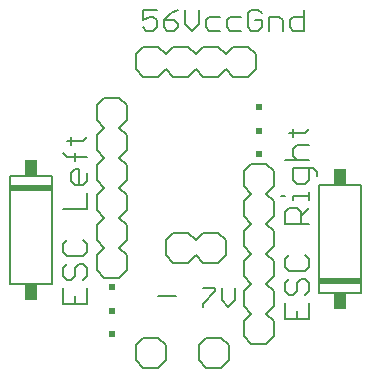
<source format=gbr>
G04 EAGLE Gerber RS-274X export*
G75*
%MOMM*%
%FSLAX34Y34*%
%LPD*%
%INSilkscreen Top*%
%IPPOS*%
%AMOC8*
5,1,8,0,0,1.08239X$1,22.5*%
G01*
%ADD10C,0.203200*%
%ADD11C,0.152400*%
%ADD12C,0.177800*%
%ADD13R,3.556000X0.508000*%
%ADD14R,1.066800X1.371600*%
%ADD15R,0.508000X0.508000*%


D10*
X130556Y68590D02*
X146148Y68590D01*
D11*
X168402Y75452D02*
X179249Y75452D01*
X179249Y72740D01*
X168402Y61894D01*
X168402Y59182D01*
X184774Y64605D02*
X184774Y75452D01*
X184774Y64605D02*
X190197Y59182D01*
X195620Y64605D01*
X195620Y75452D01*
D12*
X50148Y75238D02*
X50148Y61849D01*
X70231Y61849D01*
X70231Y75238D01*
X60189Y68543D02*
X60189Y61849D01*
X50148Y92004D02*
X53495Y95351D01*
X50148Y92004D02*
X50148Y85310D01*
X53495Y81963D01*
X56842Y81963D01*
X60189Y85310D01*
X60189Y92004D01*
X63537Y95351D01*
X66884Y95351D01*
X70231Y92004D01*
X70231Y85310D01*
X66884Y81963D01*
X50148Y112118D02*
X53495Y115465D01*
X50148Y112118D02*
X50148Y105424D01*
X53495Y102076D01*
X66884Y102076D01*
X70231Y105424D01*
X70231Y112118D01*
X66884Y115465D01*
X70231Y142304D02*
X50148Y142304D01*
X70231Y142304D02*
X70231Y155692D01*
X70231Y165764D02*
X70231Y172459D01*
X70231Y165764D02*
X66884Y162417D01*
X60189Y162417D01*
X56842Y165764D01*
X56842Y172459D01*
X60189Y175806D01*
X63537Y175806D01*
X63537Y162417D01*
X70231Y185878D02*
X53495Y185878D01*
X50148Y189225D01*
X60189Y189225D02*
X60189Y182531D01*
X53495Y199287D02*
X66884Y199287D01*
X70231Y202634D01*
X56842Y202634D02*
X56842Y195940D01*
D11*
X117602Y310657D02*
X129465Y310657D01*
X117602Y310657D02*
X117602Y301760D01*
X123534Y304725D01*
X126500Y304725D01*
X129465Y301760D01*
X129465Y295828D01*
X126500Y292862D01*
X120568Y292862D01*
X117602Y295828D01*
X141309Y307691D02*
X147240Y310657D01*
X141309Y307691D02*
X135377Y301760D01*
X135377Y295828D01*
X138343Y292862D01*
X144274Y292862D01*
X147240Y295828D01*
X147240Y298794D01*
X144274Y301760D01*
X135377Y301760D01*
X153152Y298794D02*
X153152Y310657D01*
X153152Y298794D02*
X159083Y292862D01*
X165015Y298794D01*
X165015Y310657D01*
X173892Y304725D02*
X182790Y304725D01*
X173892Y304725D02*
X170927Y301760D01*
X170927Y295828D01*
X173892Y292862D01*
X182790Y292862D01*
X191667Y304725D02*
X200565Y304725D01*
X191667Y304725D02*
X188701Y301760D01*
X188701Y295828D01*
X191667Y292862D01*
X200565Y292862D01*
X218340Y307691D02*
X215374Y310657D01*
X209442Y310657D01*
X206476Y307691D01*
X206476Y295828D01*
X209442Y292862D01*
X215374Y292862D01*
X218340Y295828D01*
X218340Y301760D01*
X212408Y301760D01*
X224251Y304725D02*
X224251Y292862D01*
X224251Y304725D02*
X233149Y304725D01*
X236115Y301760D01*
X236115Y292862D01*
X253889Y292862D02*
X253889Y310657D01*
X253889Y292862D02*
X244992Y292862D01*
X242026Y295828D01*
X242026Y301760D01*
X244992Y304725D01*
X253889Y304725D01*
D12*
X238108Y62538D02*
X238108Y49149D01*
X258191Y49149D01*
X258191Y62538D01*
X248149Y55843D02*
X248149Y49149D01*
X238108Y79304D02*
X241455Y82651D01*
X238108Y79304D02*
X238108Y72610D01*
X241455Y69263D01*
X244802Y69263D01*
X248149Y72610D01*
X248149Y79304D01*
X251497Y82651D01*
X254844Y82651D01*
X258191Y79304D01*
X258191Y72610D01*
X254844Y69263D01*
X238108Y99418D02*
X241455Y102765D01*
X238108Y99418D02*
X238108Y92724D01*
X241455Y89376D01*
X254844Y89376D01*
X258191Y92724D01*
X258191Y99418D01*
X254844Y102765D01*
X258191Y129604D02*
X238108Y129604D01*
X238108Y139645D01*
X241455Y142992D01*
X248149Y142992D01*
X251497Y139645D01*
X251497Y129604D01*
X251497Y136298D02*
X258191Y142992D01*
X244802Y149717D02*
X244802Y153064D01*
X258191Y153064D01*
X258191Y149717D02*
X258191Y156412D01*
X238108Y153064D02*
X234761Y153064D01*
X264885Y169821D02*
X264885Y173168D01*
X261538Y176515D01*
X244802Y176515D01*
X244802Y166474D01*
X248149Y163126D01*
X254844Y163126D01*
X258191Y166474D01*
X258191Y176515D01*
X258191Y183240D02*
X238108Y183240D01*
X244802Y186587D02*
X248149Y183240D01*
X244802Y186587D02*
X244802Y193282D01*
X248149Y196629D01*
X258191Y196629D01*
X254844Y206701D02*
X241455Y206701D01*
X254844Y206701D02*
X258191Y210048D01*
X244802Y210048D02*
X244802Y203354D01*
D10*
X207010Y279400D02*
X194310Y279400D01*
X207010Y279400D02*
X213360Y273050D01*
X213360Y260350D02*
X207010Y254000D01*
X168910Y279400D02*
X162560Y273050D01*
X168910Y279400D02*
X181610Y279400D01*
X187960Y273050D01*
X187960Y260350D02*
X181610Y254000D01*
X168910Y254000D01*
X162560Y260350D01*
X187960Y273050D02*
X194310Y279400D01*
X187960Y260350D02*
X194310Y254000D01*
X207010Y254000D01*
X130810Y279400D02*
X118110Y279400D01*
X130810Y279400D02*
X137160Y273050D01*
X137160Y260350D02*
X130810Y254000D01*
X137160Y273050D02*
X143510Y279400D01*
X156210Y279400D01*
X162560Y273050D01*
X162560Y260350D02*
X156210Y254000D01*
X143510Y254000D01*
X137160Y260350D01*
X111760Y260350D02*
X111760Y273050D01*
X118110Y279400D01*
X111760Y260350D02*
X118110Y254000D01*
X130810Y254000D01*
X213360Y260350D02*
X213360Y273050D01*
X184150Y33020D02*
X190500Y26670D01*
X184150Y33020D02*
X171450Y33020D01*
X165100Y26670D01*
X165100Y13970D01*
X171450Y7620D01*
X184150Y7620D01*
X190500Y13970D01*
X190500Y26670D01*
X137160Y26670D02*
X130810Y33020D01*
X118110Y33020D01*
X111760Y26670D01*
X111760Y13970D01*
X118110Y7620D01*
X130810Y7620D01*
X137160Y13970D01*
X137160Y26670D01*
X168910Y96520D02*
X181610Y96520D01*
X168910Y96520D02*
X162560Y102870D01*
X162560Y115570D02*
X168910Y121920D01*
X162560Y102870D02*
X156210Y96520D01*
X143510Y96520D01*
X137160Y102870D01*
X137160Y115570D02*
X143510Y121920D01*
X156210Y121920D01*
X162560Y115570D01*
X187960Y115570D02*
X187960Y102870D01*
X181610Y96520D01*
X187960Y115570D02*
X181610Y121920D01*
X168910Y121920D01*
X137160Y115570D02*
X137160Y102870D01*
D11*
X40640Y170180D02*
X5080Y170180D01*
X40640Y170180D02*
X40640Y78740D01*
X5080Y78740D01*
X5080Y170180D01*
D13*
X22860Y160020D03*
D14*
X22860Y71882D03*
X22860Y177038D03*
D11*
X266700Y71120D02*
X302260Y71120D01*
X266700Y71120D02*
X266700Y162560D01*
X302260Y162560D01*
X302260Y71120D01*
D13*
X284480Y81280D03*
D14*
X284480Y169418D03*
X284480Y64262D03*
D15*
X91440Y35880D03*
X91440Y55880D03*
X91440Y75880D03*
D10*
X104140Y102870D02*
X97790Y109220D01*
X104140Y102870D02*
X104140Y90170D01*
X97790Y83820D01*
X85090Y83820D02*
X78740Y90170D01*
X78740Y102870D01*
X85090Y109220D01*
X104140Y140970D02*
X104140Y153670D01*
X104140Y140970D02*
X97790Y134620D01*
X85090Y134620D02*
X78740Y140970D01*
X97790Y134620D02*
X104140Y128270D01*
X104140Y115570D01*
X97790Y109220D01*
X85090Y109220D02*
X78740Y115570D01*
X78740Y128270D01*
X85090Y134620D01*
X104140Y179070D02*
X97790Y185420D01*
X104140Y179070D02*
X104140Y166370D01*
X97790Y160020D01*
X85090Y160020D02*
X78740Y166370D01*
X78740Y179070D01*
X85090Y185420D01*
X97790Y160020D02*
X104140Y153670D01*
X85090Y160020D02*
X78740Y153670D01*
X78740Y140970D01*
X104140Y217170D02*
X104140Y229870D01*
X104140Y217170D02*
X97790Y210820D01*
X85090Y210820D02*
X78740Y217170D01*
X97790Y210820D02*
X104140Y204470D01*
X104140Y191770D01*
X97790Y185420D01*
X85090Y185420D02*
X78740Y191770D01*
X78740Y204470D01*
X85090Y210820D01*
X85090Y236220D02*
X97790Y236220D01*
X104140Y229870D01*
X85090Y236220D02*
X78740Y229870D01*
X78740Y217170D01*
X85090Y83820D02*
X97790Y83820D01*
X203200Y161290D02*
X209550Y154940D01*
X203200Y161290D02*
X203200Y173990D01*
X209550Y180340D01*
X222250Y180340D02*
X228600Y173990D01*
X228600Y161290D01*
X222250Y154940D01*
X203200Y123190D02*
X203200Y110490D01*
X203200Y123190D02*
X209550Y129540D01*
X222250Y129540D02*
X228600Y123190D01*
X209550Y129540D02*
X203200Y135890D01*
X203200Y148590D01*
X209550Y154940D01*
X222250Y154940D02*
X228600Y148590D01*
X228600Y135890D01*
X222250Y129540D01*
X203200Y85090D02*
X209550Y78740D01*
X203200Y85090D02*
X203200Y97790D01*
X209550Y104140D01*
X222250Y104140D02*
X228600Y97790D01*
X228600Y85090D01*
X222250Y78740D01*
X209550Y104140D02*
X203200Y110490D01*
X222250Y104140D02*
X228600Y110490D01*
X228600Y123190D01*
X203200Y46990D02*
X203200Y34290D01*
X203200Y46990D02*
X209550Y53340D01*
X222250Y53340D02*
X228600Y46990D01*
X209550Y53340D02*
X203200Y59690D01*
X203200Y72390D01*
X209550Y78740D01*
X222250Y78740D02*
X228600Y72390D01*
X228600Y59690D01*
X222250Y53340D01*
X222250Y27940D02*
X209550Y27940D01*
X203200Y34290D01*
X222250Y27940D02*
X228600Y34290D01*
X228600Y46990D01*
X222250Y180340D02*
X209550Y180340D01*
D15*
X215900Y228280D03*
X215900Y208280D03*
X215900Y188280D03*
M02*

</source>
